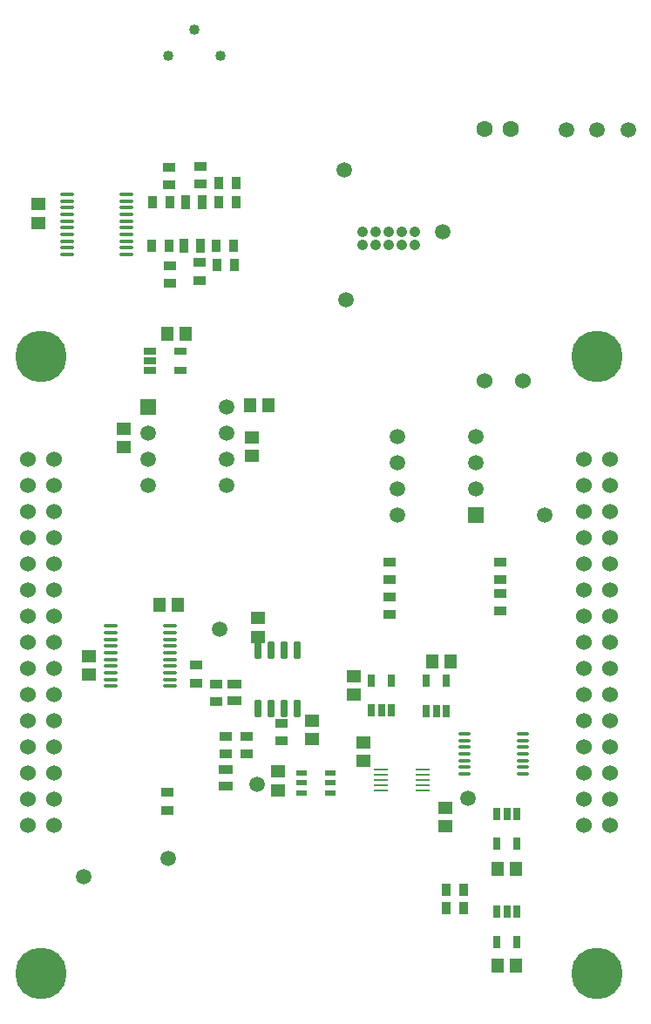
<source format=gbr>
G04 Layer_Color=255*
%FSLAX26Y26*%
%MOIN*%
%TF.FileFunction,Pads,Top*%
%TF.Part,Single*%
G01*
G75*
%TA.AperFunction,SMDPad,CuDef*%
%ADD10R,0.033465X0.051181*%
%ADD11R,0.057087X0.045276*%
%ADD12R,0.045276X0.057087*%
G04:AMPARAMS|DCode=13|XSize=25.591mil|YSize=47.244mil|CornerRadius=1.919mil|HoleSize=0mil|Usage=FLASHONLY|Rotation=0.000|XOffset=0mil|YOffset=0mil|HoleType=Round|Shape=RoundedRectangle|*
%AMROUNDEDRECTD13*
21,1,0.025591,0.043406,0,0,0.0*
21,1,0.021752,0.047244,0,0,0.0*
1,1,0.003839,0.010876,-0.021703*
1,1,0.003839,-0.010876,-0.021703*
1,1,0.003839,-0.010876,0.021703*
1,1,0.003839,0.010876,0.021703*
%
%ADD13ROUNDEDRECTD13*%
G04:AMPARAMS|DCode=14|XSize=25.591mil|YSize=64.961mil|CornerRadius=1.919mil|HoleSize=0mil|Usage=FLASHONLY|Rotation=180.000|XOffset=0mil|YOffset=0mil|HoleType=Round|Shape=RoundedRectangle|*
%AMROUNDEDRECTD14*
21,1,0.025591,0.061122,0,0,180.0*
21,1,0.021752,0.064961,0,0,180.0*
1,1,0.003839,-0.010876,0.030561*
1,1,0.003839,0.010876,0.030561*
1,1,0.003839,0.010876,-0.030561*
1,1,0.003839,-0.010876,-0.030561*
%
%ADD14ROUNDEDRECTD14*%
%ADD15R,0.051181X0.033465*%
%ADD16O,0.055118X0.013780*%
%ADD17R,0.039370X0.023622*%
%ADD18R,0.037402X0.053150*%
%ADD19O,0.049213X0.013780*%
%ADD20O,0.057087X0.009842*%
G04:AMPARAMS|DCode=21|XSize=25.591mil|YSize=47.244mil|CornerRadius=1.919mil|HoleSize=0mil|Usage=FLASHONLY|Rotation=90.000|XOffset=0mil|YOffset=0mil|HoleType=Round|Shape=RoundedRectangle|*
%AMROUNDEDRECTD21*
21,1,0.025591,0.043406,0,0,90.0*
21,1,0.021752,0.047244,0,0,90.0*
1,1,0.003839,0.021703,0.010876*
1,1,0.003839,0.021703,-0.010876*
1,1,0.003839,-0.021703,-0.010876*
1,1,0.003839,-0.021703,0.010876*
%
%ADD21ROUNDEDRECTD21*%
%ADD22R,0.053150X0.037402*%
%TA.AperFunction,ComponentPad*%
%ADD25C,0.059055*%
%ADD26C,0.060000*%
%ADD27C,0.062992*%
%ADD28C,0.040000*%
%ADD29R,0.059055X0.059055*%
%TA.AperFunction,ViaPad*%
%ADD30C,0.196850*%
%TA.AperFunction,ComponentPad*%
%ADD31C,0.042000*%
D10*
X-582535Y214000D02*
D03*
X-649465D02*
D03*
X-582535Y139000D02*
D03*
X-649465D02*
D03*
X-590535Y-28000D02*
D03*
X-657465D02*
D03*
X-656464Y-101000D02*
D03*
X-589536D02*
D03*
X-837536Y-29018D02*
D03*
X-904464D02*
D03*
X-903464Y139998D02*
D03*
X-836536D02*
D03*
X220000Y-2562522D02*
D03*
X286928D02*
D03*
Y-2492522D02*
D03*
X220000D02*
D03*
D11*
X-1146536Y-1597090D02*
D03*
Y-1667956D02*
D03*
X-131030Y-1744182D02*
D03*
Y-1673316D02*
D03*
X218466Y-2177090D02*
D03*
Y-2247956D02*
D03*
X-96306Y-1996844D02*
D03*
Y-1925978D02*
D03*
X-423306Y-2109638D02*
D03*
Y-2038772D02*
D03*
X-1012000Y-727568D02*
D03*
Y-798434D02*
D03*
X-522000Y-759568D02*
D03*
Y-830434D02*
D03*
X-1338000Y60360D02*
D03*
Y131226D02*
D03*
X-293416Y-1844678D02*
D03*
Y-1915546D02*
D03*
X-498416Y-1522748D02*
D03*
Y-1451882D02*
D03*
D12*
X488898Y-2782522D02*
D03*
X418032D02*
D03*
X488898Y-2412522D02*
D03*
X418032D02*
D03*
X237380Y-1617206D02*
D03*
X166514D02*
D03*
X-846432Y-364002D02*
D03*
X-775566D02*
D03*
X-876732Y-1402088D02*
D03*
X-805866D02*
D03*
X-458566Y-639002D02*
D03*
X-529432D02*
D03*
D13*
X490866Y-2574452D02*
D03*
X453464D02*
D03*
X416062D02*
D03*
Y-2690594D02*
D03*
X490866D02*
D03*
Y-2199452D02*
D03*
X453464D02*
D03*
X416062D02*
D03*
Y-2315594D02*
D03*
X490866D02*
D03*
X145970Y-1807384D02*
D03*
X183372D02*
D03*
X220772D02*
D03*
Y-1691242D02*
D03*
X145970D02*
D03*
X-64200Y-1805820D02*
D03*
X-26798D02*
D03*
X10602D02*
D03*
Y-1689678D02*
D03*
X-64200D02*
D03*
D14*
X-348030Y-1575528D02*
D03*
X-398030D02*
D03*
X-448030D02*
D03*
X-498030D02*
D03*
X-348030Y-1797970D02*
D03*
X-398030D02*
D03*
X-448030D02*
D03*
X-498030D02*
D03*
D15*
X4694Y-1437670D02*
D03*
Y-1370742D02*
D03*
X429694Y-1425670D02*
D03*
Y-1358742D02*
D03*
X426694Y-1303670D02*
D03*
Y-1236742D02*
D03*
X4694Y-1303670D02*
D03*
Y-1236742D02*
D03*
X-837000Y205536D02*
D03*
Y272464D02*
D03*
X-834000Y-171466D02*
D03*
Y-104538D02*
D03*
X-721000Y-92538D02*
D03*
Y-159466D02*
D03*
X-717000Y207536D02*
D03*
Y274464D02*
D03*
X-658416Y-1703852D02*
D03*
Y-1770780D02*
D03*
X-623306Y-1902742D02*
D03*
Y-1969670D02*
D03*
X-734562Y-1632376D02*
D03*
Y-1699306D02*
D03*
X-541306Y-1902742D02*
D03*
Y-1969670D02*
D03*
X-408416Y-1853852D02*
D03*
Y-1920780D02*
D03*
X-846534Y-2119058D02*
D03*
Y-2185986D02*
D03*
D16*
X-1061494Y-1482048D02*
D03*
Y-1507638D02*
D03*
Y-1533230D02*
D03*
Y-1558820D02*
D03*
Y-1584410D02*
D03*
Y-1610002D02*
D03*
Y-1635592D02*
D03*
Y-1661182D02*
D03*
Y-1686772D02*
D03*
Y-1712364D02*
D03*
X-835116Y-1482048D02*
D03*
Y-1507638D02*
D03*
Y-1533230D02*
D03*
Y-1558820D02*
D03*
Y-1584410D02*
D03*
Y-1610002D02*
D03*
Y-1635592D02*
D03*
Y-1661182D02*
D03*
Y-1686772D02*
D03*
Y-1712364D02*
D03*
X-1229166Y169612D02*
D03*
Y144022D02*
D03*
Y118432D02*
D03*
Y92840D02*
D03*
Y67250D02*
D03*
Y41660D02*
D03*
Y16070D02*
D03*
Y-9522D02*
D03*
Y-35112D02*
D03*
Y-60702D02*
D03*
X-1002788Y169612D02*
D03*
Y144022D02*
D03*
Y118432D02*
D03*
Y92840D02*
D03*
Y67250D02*
D03*
Y41660D02*
D03*
Y16070D02*
D03*
Y-9522D02*
D03*
Y-35112D02*
D03*
Y-60702D02*
D03*
D17*
X-330842Y-2044520D02*
D03*
Y-2081922D02*
D03*
Y-2119324D02*
D03*
X-222574D02*
D03*
Y-2081922D02*
D03*
Y-2044520D02*
D03*
D18*
X-775496Y138002D02*
D03*
X-712504D02*
D03*
X-780496Y-29000D02*
D03*
X-717504D02*
D03*
D19*
X291206Y-1893930D02*
D03*
Y-1919520D02*
D03*
Y-1945112D02*
D03*
Y-1970702D02*
D03*
Y-1996292D02*
D03*
Y-2021882D02*
D03*
Y-2047474D02*
D03*
X513646Y-1893930D02*
D03*
Y-1919520D02*
D03*
Y-1945112D02*
D03*
Y-1970702D02*
D03*
Y-1996292D02*
D03*
Y-2021882D02*
D03*
Y-2047474D02*
D03*
D20*
X131876Y-2110544D02*
D03*
Y-2090860D02*
D03*
Y-2071174D02*
D03*
Y-2051490D02*
D03*
Y-2031804D02*
D03*
X-27574Y-2110544D02*
D03*
Y-2090860D02*
D03*
Y-2071174D02*
D03*
Y-2051490D02*
D03*
Y-2031804D02*
D03*
D21*
X-911070Y-430600D02*
D03*
Y-468002D02*
D03*
Y-505404D02*
D03*
X-794928D02*
D03*
Y-430600D02*
D03*
D22*
X-588416Y-1768812D02*
D03*
Y-1705820D02*
D03*
X-622306Y-2029710D02*
D03*
Y-2092702D02*
D03*
D25*
X303465Y-2142522D02*
D03*
X598465Y-1057522D02*
D03*
X-170000Y260998D02*
D03*
X-1166535Y-2442522D02*
D03*
X680354Y415825D02*
D03*
X798465D02*
D03*
X916575D02*
D03*
X-841535Y-2372522D02*
D03*
X209000Y26998D02*
D03*
X-646307Y-1494207D02*
D03*
X-503307Y-2089207D02*
D03*
X-162000Y-235002D02*
D03*
X35716Y-757592D02*
D03*
Y-857592D02*
D03*
Y-957592D02*
D03*
Y-1057592D02*
D03*
X335716Y-757592D02*
D03*
Y-857592D02*
D03*
Y-957592D02*
D03*
X-619000Y-943002D02*
D03*
Y-843002D02*
D03*
Y-743002D02*
D03*
Y-643002D02*
D03*
X-919000Y-943002D02*
D03*
Y-843002D02*
D03*
Y-743002D02*
D03*
D26*
X848464Y-2244018D02*
D03*
Y-2144018D02*
D03*
Y-2044018D02*
D03*
Y-1944018D02*
D03*
Y-1844018D02*
D03*
Y-1744018D02*
D03*
Y-1644018D02*
D03*
Y-1544018D02*
D03*
Y-1444018D02*
D03*
Y-1344018D02*
D03*
Y-1244018D02*
D03*
Y-1144018D02*
D03*
Y-1044018D02*
D03*
Y-944018D02*
D03*
Y-844018D02*
D03*
X748464Y-2244018D02*
D03*
Y-2144018D02*
D03*
Y-2044018D02*
D03*
Y-1944018D02*
D03*
Y-1844018D02*
D03*
Y-1744018D02*
D03*
Y-1644018D02*
D03*
Y-1544018D02*
D03*
Y-1444018D02*
D03*
Y-1344018D02*
D03*
Y-1244018D02*
D03*
Y-1144018D02*
D03*
Y-1044018D02*
D03*
Y-944018D02*
D03*
Y-844018D02*
D03*
X-1377520D02*
D03*
Y-944018D02*
D03*
Y-1044018D02*
D03*
Y-1144018D02*
D03*
Y-1244018D02*
D03*
Y-1344018D02*
D03*
Y-1444018D02*
D03*
Y-1544018D02*
D03*
Y-1644018D02*
D03*
Y-1744018D02*
D03*
Y-1844018D02*
D03*
Y-1944018D02*
D03*
Y-2044018D02*
D03*
Y-2144018D02*
D03*
Y-2244018D02*
D03*
X-1277520Y-844018D02*
D03*
Y-944018D02*
D03*
Y-1044018D02*
D03*
Y-1144018D02*
D03*
Y-1244018D02*
D03*
Y-1344018D02*
D03*
Y-1444018D02*
D03*
Y-1544018D02*
D03*
Y-1644018D02*
D03*
Y-1744018D02*
D03*
Y-1844018D02*
D03*
Y-1944018D02*
D03*
Y-2044018D02*
D03*
Y-2144018D02*
D03*
Y-2244018D02*
D03*
X516142Y-543900D02*
D03*
X366536D02*
D03*
D27*
X467000Y419998D02*
D03*
X367000D02*
D03*
D28*
X-841000Y698998D02*
D03*
X-641000D02*
D03*
X-741000Y798998D02*
D03*
D29*
X335716Y-1057592D02*
D03*
X-919000Y-643002D02*
D03*
D30*
X-1327520Y-2812522D02*
D03*
X798464D02*
D03*
X-1327520Y-450316D02*
D03*
X798464D02*
D03*
D31*
X100000Y25000D02*
D03*
Y-25000D02*
D03*
X50000Y25000D02*
D03*
Y-25000D02*
D03*
X0Y25000D02*
D03*
Y-25000D02*
D03*
X-50000Y25000D02*
D03*
Y-25000D02*
D03*
X-100000Y25000D02*
D03*
Y-25000D02*
D03*
%TF.MD5,e020f6098e7ef751a6188b373c514f6d*%
M02*

</source>
